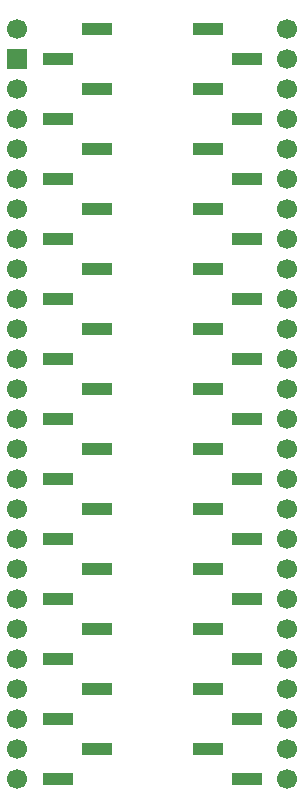
<source format=gbs>
G04 #@! TF.GenerationSoftware,KiCad,Pcbnew,9.0.6*
G04 #@! TF.CreationDate,2026-01-02T14:07:30-06:00*
G04 #@! TF.ProjectId,QFN-48_6x6,51464e2d-3438-45f3-9678-362e6b696361,rev?*
G04 #@! TF.SameCoordinates,Original*
G04 #@! TF.FileFunction,Soldermask,Bot*
G04 #@! TF.FilePolarity,Negative*
%FSLAX46Y46*%
G04 Gerber Fmt 4.6, Leading zero omitted, Abs format (unit mm)*
G04 Created by KiCad (PCBNEW 9.0.6) date 2026-01-02 14:07:30*
%MOMM*%
%LPD*%
G01*
G04 APERTURE LIST*
%ADD10C,1.700000*%
%ADD11R,1.700000X1.700000*%
%ADD12R,2.510000X1.000000*%
G04 APERTURE END LIST*
D10*
X127000000Y-88900000D03*
D11*
X127000000Y-91440000D03*
D10*
X127000000Y-93980000D03*
X127000000Y-96520000D03*
X127000000Y-99060000D03*
X127000000Y-101600000D03*
X127000000Y-104140000D03*
X127000000Y-106680000D03*
X127000000Y-109220000D03*
X127000000Y-111760000D03*
X127000000Y-114300000D03*
X127000000Y-116840000D03*
X127000000Y-119380000D03*
X127000000Y-121920000D03*
X127000000Y-124460000D03*
X127000000Y-127000000D03*
X127000000Y-129540000D03*
X127000000Y-132080000D03*
X127000000Y-134620000D03*
X127000000Y-137160000D03*
X127000000Y-139700000D03*
X127000000Y-142240000D03*
X127000000Y-144780000D03*
X127000000Y-147320000D03*
X127000000Y-149860000D03*
X127000000Y-152400000D03*
X149860000Y-88900000D03*
X149860000Y-91440000D03*
X149860000Y-93980000D03*
X149860000Y-96520000D03*
X149860000Y-99060000D03*
X149860000Y-101600000D03*
X149860000Y-104140000D03*
X149860000Y-106680000D03*
X149860000Y-109220000D03*
X149860000Y-111760000D03*
X149860000Y-114300000D03*
X149860000Y-116840000D03*
X149860000Y-119380000D03*
X149860000Y-121920000D03*
X149860000Y-124460000D03*
X149860000Y-127000000D03*
X149860000Y-129540000D03*
X149860000Y-132080000D03*
X149860000Y-134620000D03*
X149860000Y-137160000D03*
X149860000Y-139700000D03*
X149860000Y-142240000D03*
X149860000Y-144780000D03*
X149860000Y-147320000D03*
X149860000Y-149860000D03*
X149860000Y-152400000D03*
D12*
X133735000Y-88900000D03*
X130425000Y-91440000D03*
X133735000Y-93980000D03*
X130425000Y-96520000D03*
X133735000Y-99060000D03*
X130425000Y-101600000D03*
X133735000Y-104140000D03*
X130425000Y-106680000D03*
X133735000Y-109220000D03*
X130425000Y-111760000D03*
X133735000Y-114300000D03*
X130425000Y-116840000D03*
X133735000Y-119380000D03*
X130425000Y-121920000D03*
X133735000Y-124460000D03*
X130425000Y-127000000D03*
X133735000Y-129540000D03*
X130425000Y-132080000D03*
X133735000Y-134620000D03*
X130425000Y-137160000D03*
X133735000Y-139700000D03*
X130425000Y-142240000D03*
X133735000Y-144780000D03*
X130425000Y-147320000D03*
X133735000Y-149860000D03*
X130425000Y-152400000D03*
X143125000Y-88900000D03*
X146435000Y-91440000D03*
X143125000Y-93980000D03*
X146435000Y-96520000D03*
X143125000Y-99060000D03*
X146435000Y-101600000D03*
X143125000Y-104140000D03*
X146435000Y-106680000D03*
X143125000Y-109220000D03*
X146435000Y-111760000D03*
X143125000Y-114300000D03*
X146435000Y-116840000D03*
X143125000Y-119380000D03*
X146435000Y-121920000D03*
X143125000Y-124460000D03*
X146435000Y-127000000D03*
X143125000Y-129540000D03*
X146435000Y-132080000D03*
X143125000Y-134620000D03*
X146435000Y-137160000D03*
X143125000Y-139700000D03*
X146435000Y-142240000D03*
X143125000Y-144780000D03*
X146435000Y-147320000D03*
X143125000Y-149860000D03*
X146435000Y-152400000D03*
M02*

</source>
